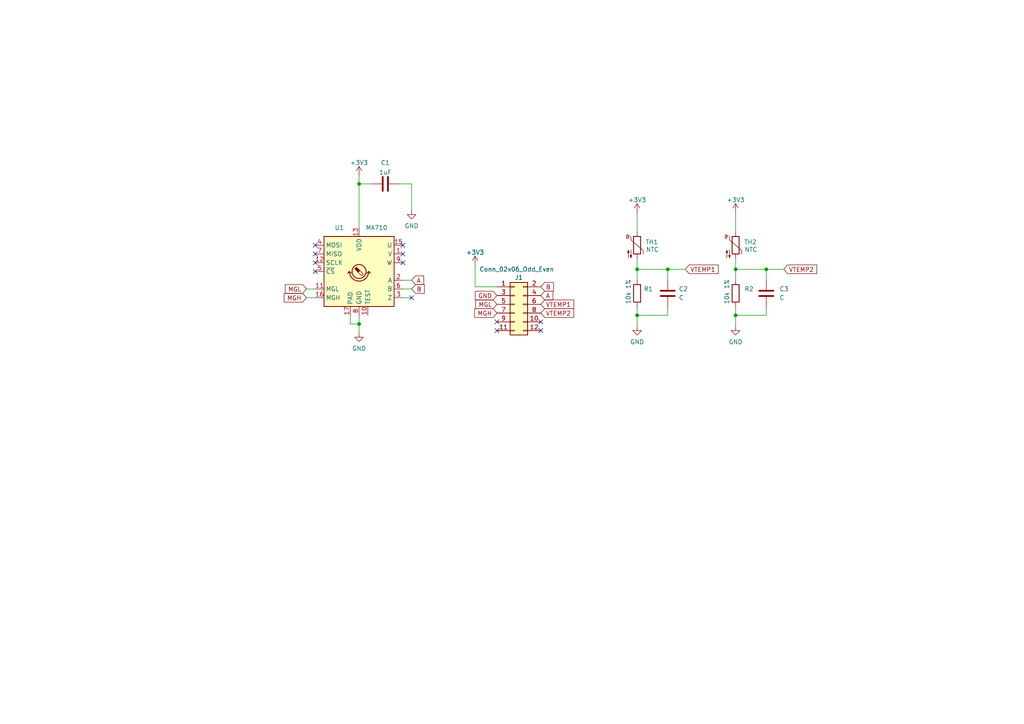
<source format=kicad_sch>
(kicad_sch (version 20211123) (generator eeschema)
  (paper "A4")
  (lib_symbols
    (symbol "Connector_Generic:Conn_02x06_Odd_Even" (pin_names (offset 1.016) hide)
      (property "Reference" "J" (at 1.27 7.62 0))
      (property "Value" "Conn_02x06_Odd_Even" (at 1.27 -10.16 0))
      (symbol "Conn_02x06_Odd_Even_1_1"
        (rectangle (start -1.27 -7.493) (end 0 -7.747) (stroke (width 0.1524)))
        (rectangle (start -1.27 -4.953) (end 0 -5.207) (stroke (width 0.1524)))
        (rectangle (start -1.27 -2.413) (end 0 -2.667) (stroke (width 0.1524)))
        (rectangle (start -1.27 0.127) (end 0 -0.127) (stroke (width 0.1524)))
        (rectangle (start -1.27 2.667) (end 0 2.413) (stroke (width 0.1524)))
        (rectangle (start -1.27 5.207) (end 0 4.953) (stroke (width 0.1524)))
        (rectangle (start -1.27 6.35) (end 3.81 -8.89) (stroke (width 0.254)) (fill (type background)))
        (rectangle (start 3.81 -7.493) (end 2.54 -7.747) (stroke (width 0.1524)))
        (rectangle (start 3.81 -4.953) (end 2.54 -5.207) (stroke (width 0.1524)))
        (rectangle (start 3.81 -2.413) (end 2.54 -2.667) (stroke (width 0.1524)))
        (rectangle (start 3.81 0.127) (end 2.54 -0.127) (stroke (width 0.1524)))
        (rectangle (start 3.81 2.667) (end 2.54 2.413) (stroke (width 0.1524)))
        (rectangle (start 3.81 5.207) (end 2.54 4.953) (stroke (width 0.1524)))
        (pin passive line (at -5.08 5.08 0) (length 3.81) (name "Pin_1") (number "1"))
        (pin passive line (at 7.62 -5.08 180) (length 3.81) (name "Pin_10") (number "10"))
        (pin passive line (at -5.08 -7.62 0) (length 3.81) (name "Pin_11") (number "11"))
        (pin passive line (at 7.62 -7.62 180) (length 3.81) (name "Pin_12") (number "12"))
        (pin passive line (at 7.62 5.08 180) (length 3.81) (name "Pin_2") (number "2"))
        (pin passive line (at -5.08 2.54 0) (length 3.81) (name "Pin_3") (number "3"))
        (pin passive line (at 7.62 2.54 180) (length 3.81) (name "Pin_4") (number "4"))
        (pin passive line (at -5.08 0 0) (length 3.81) (name "Pin_5") (number "5"))
        (pin passive line (at 7.62 0 180) (length 3.81) (name "Pin_6") (number "6"))
        (pin passive line (at -5.08 -2.54 0) (length 3.81) (name "Pin_7") (number "7"))
        (pin passive line (at 7.62 -2.54 180) (length 3.81) (name "Pin_8") (number "8"))
        (pin passive line (at -5.08 -5.08 0) (length 3.81) (name "Pin_9") (number "9"))
      )
    )
    (symbol "Device:C" (pin_numbers hide) (pin_names (offset 0.254))
      (property "Reference" "C" (at 0.635 2.54 0))
      (property "Value" "C" (at 0.635 -2.54 0))
      (symbol "C_0_1"
        (polyline (pts (xy -2.032 -0.762) (xy 2.032 -0.762)) (stroke (width 0.508)))
        (polyline (pts (xy -2.032 0.762) (xy 2.032 0.762)) (stroke (width 0.508)))
      )
      (symbol "C_1_1"
        (pin passive line (at 0 3.81 270) (length 2.794) (name "~") (number "1"))
        (pin passive line (at 0 -3.81 90) (length 2.794) (name "~") (number "2"))
      )
    )
    (symbol "Device:R" (pin_numbers hide) (pin_names (offset 0))
      (property "Reference" "R" (at 2.032 0 90))
      (property "Value" "R" (at 0 0 90))
      (symbol "R_0_1"
        (rectangle (start -1.016 -2.54) (end 1.016 2.54) (stroke (width 0.254)))
      )
      (symbol "R_1_1"
        (pin passive line (at 0 3.81 270) (length 1.27) (name "~") (number "1"))
        (pin passive line (at 0 -3.81 90) (length 1.27) (name "~") (number "2"))
      )
    )
    (symbol "Device:Thermistor_NTC" (pin_numbers hide) (pin_names (offset 0))
      (property "Reference" "TH" (at -4.445 0 90))
      (property "Value" "Thermistor_NTC" (at 3.175 0 90))
      (symbol "Thermistor_NTC_0_1"
        (arc (start -3.048 2.159) (mid -3.0505 2.3165) (end -3.175 2.413))
        (arc (start -3.048 2.159) (mid -2.9736 1.9794) (end -2.794 1.905))
        (arc (start -3.048 2.794) (mid -2.9736 2.6144) (end -2.794 2.54))
        (arc (start -2.794 1.905) (mid -2.6144 1.9794) (end -2.54 2.159))
        (arc (start -2.794 2.54) (mid -2.434 2.5608) (end -2.159 2.794))
        (arc (start -2.794 3.048) (mid -2.9736 2.9736) (end -3.048 2.794))
        (arc (start -2.54 2.794) (mid -2.6144 2.9736) (end -2.794 3.048))
        (rectangle (start -1.016 2.54) (end 1.016 -2.54) (stroke (width 0.254)))
        (polyline (pts (xy -2.54 2.159) (xy -2.54 2.794)))
        (polyline (pts (xy -1.778 2.54) (xy -1.778 1.524) (xy 1.778 -1.524) (xy 1.778 -2.54)))
        (polyline (pts (xy -2.54 -3.683) (xy -2.54 -1.397) (xy -2.794 -2.159) (xy -2.286 -2.159) (xy -2.54 -1.397) (xy -2.54 -1.651)) (fill (type outline)))
        (polyline (pts (xy -1.778 -1.397) (xy -1.778 -3.683) (xy -2.032 -2.921) (xy -1.524 -2.921) (xy -1.778 -3.683) (xy -1.778 -3.429)) (fill (type outline)))
      )
      (symbol "Thermistor_NTC_1_1"
        (pin passive line (at 0 3.81 270) (length 1.27) (name "~") (number "1"))
        (pin passive line (at 0 -3.81 90) (length 1.27) (name "~") (number "2"))
      )
    )
    (symbol "MA310:MA310"
      (property "Reference" "U" (at -10.16 11.43 0))
      (property "Value" "MA310" (at 10.16 11.43 0))
      (symbol "MA310_0_1"
        (rectangle (start -10.16 10.16) (end 10.16 -10.16) (stroke (width 0.254)) (fill (type background)))
        (arc (start -2.794 0) (mid 0 -2.794) (end 2.794 0) (stroke (width 0.254)))
        (polyline (pts (xy -2.794 0) (xy -3.302 -0.508)) (stroke (width 0.254)))
        (polyline (pts (xy -2.794 0) (xy -2.286 -0.508)) (stroke (width 0.254)))
        (polyline (pts (xy 2.794 0) (xy 2.286 -0.508)) (stroke (width 0.254)))
        (polyline (pts (xy 2.794 0) (xy 3.302 -0.508)) (stroke (width 0.254)))
      )
      (symbol "MA310_1_1"
        (polyline (pts (xy 0.254 0.254) (xy 1.27 -0.762) (xy 0.762 -1.27) (xy -0.254 -0.254)))
        (polyline (pts (xy -0.762 1.27) (xy 0.254 0.254) (xy -0.254 -0.254) (xy -1.27 0.762) (xy -1.016 1.016) (xy -0.762 1.27) (xy -0.635 1.143)) (fill (type outline)))
        (circle (center 0 0) (radius 2.032) (stroke (width 0.254)))
        (pin output line (at 12.7 5.08 180) (length 2.54) (name "V") (number "1"))
        (pin passive line (at 2.54 -12.7 90) (length 2.54) (name "TEST") (number "10"))
        (pin output line (at -12.7 -5.08 0) (length 2.54) (name "MGL") (number "11"))
        (pin input line (at -12.7 2.54 0) (length 2.54) (name "SCLK") (number "12"))
        (pin power_in line (at 0 12.7 270) (length 2.54) (name "VDD") (number "13"))
        (pin no_connect line (at 5.08 -10.16 90) (length 2.54) hide (name "NC") (number "14"))
        (pin input line (at 12.7 7.62 180) (length 2.54) (name "U") (number "15"))
        (pin output line (at -12.7 -7.62 0) (length 2.54) (name "MGH") (number "16"))
        (pin input line (at -2.54 -12.7 90) (length 2.54) (name "PAD") (number "17"))
        (pin output line (at 12.7 -2.54 180) (length 2.54) (name "A") (number "2"))
        (pin output line (at 12.7 -7.62 180) (length 2.54) (name "Z") (number "3"))
        (pin input line (at -12.7 7.62 0) (length 2.54) (name "MOSI") (number "4"))
        (pin input line (at -12.7 0 0) (length 2.54) (name "~{CS}") (number "5"))
        (pin output line (at 12.7 -5.08 180) (length 2.54) (name "B") (number "6"))
        (pin output line (at -12.7 5.08 0) (length 2.54) (name "MISO") (number "7"))
        (pin power_in line (at 0 -12.7 90) (length 2.54) (name "GND") (number "8"))
        (pin output line (at 12.7 2.54 180) (length 2.54) (name "W") (number "9"))
      )
    )
    (symbol "power:+3.3V" (power) (pin_names (offset 0))
      (property "Value" "+3.3V" (at 0 3.556 0))
      (symbol "+3.3V_0_1"
        (polyline (pts (xy -0.762 1.27) (xy 0 2.54)))
        (polyline (pts (xy 0 0) (xy 0 2.54)))
        (polyline (pts (xy 0 2.54) (xy 0.762 1.27)))
      )
      (symbol "+3.3V_1_1"
        (pin power_in line (at 0 0 90) (length 0) hide (name "+3V3") (number "1"))
      )
    )
    (symbol "power:GND" (power) (pin_names (offset 0))
      (property "Value" "GND" (at 0 -3.81 0))
      (symbol "GND_0_1"
        (polyline (pts (xy 0 0) (xy 0 -1.27) (xy 1.27 -1.27) (xy 0 -2.54) (xy -1.27 -1.27) (xy 0 -1.27)))
      )
      (symbol "GND_1_1"
        (pin power_in line (at 0 0 270) (length 0) hide (name "GND") (number "1"))
      )
    )
  )
  (junction (at 213.36 78.105))
  (junction (at 184.785 78.105))
  (junction (at 193.675 78.105))
  (junction (at 213.36 91.44))
  (junction (at 184.785 91.44))
  (junction (at 104.14 53.34))
  (junction (at 104.14 93.98))
  (junction (at 222.25 78.105))
  (no_connect (at 156.845 93.345))
  (no_connect (at 156.845 95.885))
  (no_connect (at 144.145 95.885))
  (no_connect (at 144.145 93.345))
  (no_connect (at 91.44 78.74))
  (no_connect (at 91.44 71.12))
  (no_connect (at 91.44 73.66))
  (no_connect (at 91.44 76.2))
  (no_connect (at 116.84 71.12))
  (no_connect (at 116.84 73.66))
  (no_connect (at 119.38 86.36))
  (no_connect (at 116.84 76.2))
  (wire (pts (xy 104.14 50.8) (xy 104.14 53.34)))
  (wire (pts (xy 184.785 91.44) (xy 184.785 94.615)))
  (wire (pts (xy 213.36 91.44) (xy 213.36 94.615)))
  (wire (pts (xy 222.25 78.105) (xy 222.25 81.28)))
  (wire (pts (xy 184.785 78.105) (xy 193.675 78.105)))
  (wire (pts (xy 213.36 78.105) (xy 222.25 78.105)))
  (wire (pts (xy 116.84 83.82) (xy 119.38 83.82)))
  (wire (pts (xy 184.785 74.93) (xy 184.785 78.105)))
  (wire (pts (xy 104.14 53.34) (xy 104.14 66.04)))
  (wire (pts (xy 137.795 76.835) (xy 137.795 83.185)))
  (wire (pts (xy 184.785 88.9) (xy 184.785 91.44)))
  (wire (pts (xy 116.84 86.36) (xy 119.38 86.36)))
  (wire (pts (xy 101.6 91.44) (xy 101.6 93.98)))
  (wire (pts (xy 101.6 93.98) (xy 104.14 93.98)))
  (wire (pts (xy 222.25 88.9) (xy 222.25 91.44)))
  (wire (pts (xy 137.795 83.185) (xy 144.145 83.185)))
  (wire (pts (xy 213.36 88.9) (xy 213.36 91.44)))
  (wire (pts (xy 104.14 53.34) (xy 107.95 53.34)))
  (wire (pts (xy 116.84 81.28) (xy 119.38 81.28)))
  (wire (pts (xy 184.785 61.595) (xy 184.785 67.31)))
  (wire (pts (xy 213.36 78.105) (xy 213.36 81.28)))
  (wire (pts (xy 222.25 91.44) (xy 213.36 91.44)))
  (wire (pts (xy 222.25 78.105) (xy 227.33 78.105)))
  (wire (pts (xy 213.36 74.93) (xy 213.36 78.105)))
  (wire (pts (xy 115.57 53.34) (xy 119.38 53.34)))
  (wire (pts (xy 119.38 53.34) (xy 119.38 60.96)))
  (wire (pts (xy 184.785 78.105) (xy 184.785 81.28)))
  (wire (pts (xy 193.675 78.105) (xy 193.675 81.28)))
  (wire (pts (xy 193.675 78.105) (xy 198.755 78.105)))
  (wire (pts (xy 88.9 86.36) (xy 91.44 86.36)))
  (wire (pts (xy 104.14 91.44) (xy 104.14 93.98)))
  (wire (pts (xy 104.14 93.98) (xy 104.14 96.52)))
  (wire (pts (xy 213.36 61.595) (xy 213.36 67.31)))
  (wire (pts (xy 193.675 91.44) (xy 184.785 91.44)))
  (wire (pts (xy 193.675 88.9) (xy 193.675 91.44)))
  (wire (pts (xy 88.9 83.82) (xy 91.44 83.82)))
  (global_label "VTEMP2" (shape input) (at 156.845 90.805 0) (property "Intersheet References" "${INTERSHEET_REFS}" (effects hide)))
  (global_label "GND" (shape input) (at 144.145 85.725 180) (property "Intersheet References" "${INTERSHEET_REFS}" (effects hide)))
  (global_label "VTEMP2" (shape input) (at 227.33 78.105 0) (property "Intersheet References" "${INTERSHEET_REFS}" (effects hide)))
  (global_label "A" (shape input) (at 156.845 85.725 0) (property "Intersheet References" "${INTERSHEET_REFS}" (effects hide)))
  (global_label "VTEMP1" (shape input) (at 198.755 78.105 0) (property "Intersheet References" "${INTERSHEET_REFS}" (effects hide)))
  (global_label "MGH" (shape input) (at 88.9 86.36 180) (property "Intersheet References" "${INTERSHEET_REFS}" (effects hide)))
  (global_label "B" (shape input) (at 119.38 83.82 0) (property "Intersheet References" "${INTERSHEET_REFS}" (effects hide)))
  (global_label "MGL" (shape input) (at 144.145 88.265 180) (property "Intersheet References" "${INTERSHEET_REFS}" (effects hide)))
  (global_label "VTEMP1" (shape input) (at 156.845 88.265 0) (property "Intersheet References" "${INTERSHEET_REFS}" (effects hide)))
  (global_label "MGL" (shape input) (at 88.9 83.82 180) (property "Intersheet References" "${INTERSHEET_REFS}" (effects hide)))
  (global_label "B" (shape input) (at 156.845 83.185 0) (property "Intersheet References" "${INTERSHEET_REFS}" (effects hide)))
  (global_label "A" (shape input) (at 119.38 81.28 0) (property "Intersheet References" "${INTERSHEET_REFS}" (effects hide)))
  (global_label "MGH" (shape input) (at 144.145 90.805 180) (property "Intersheet References" "${INTERSHEET_REFS}" (effects hide)))
  (symbol (lib_id "power:+3.3V") (at 104.14 50.8 0) (unit 1)
    (property "Reference" "#PWR0101" (effects hide))
    (property "Value" "+3.3V" (at 104.14 47.1954 0))
  )
  (symbol (lib_id "Device:Thermistor_NTC") (at 213.36 71.12 0) (unit 1)
    (property "Reference" "TH2" (at 215.7731 70.2115 0) (effects (justify left)))
    (property "Value" "NTC" (at 215.9 72.39 0) (effects (justify left)))
    (property "Footprint" "footprints:PinHeader_1x02_P2.54mm_Vertical" (effects hide))
  )
  (symbol (lib_id "power:GND") (at 213.36 94.615 0) (unit 1)
    (property "Reference" "#PWR0105" (effects hide))
    (property "Value" "GND" (at 213.36 99.1776 0))
  )
  (symbol (lib_id "Device:Thermistor_NTC") (at 184.785 71.12 0) (unit 1)
    (property "Reference" "TH1" (at 187.1981 70.2115 0) (effects (justify left)))
    (property "Value" "NTC" (at 187.325 72.39 0) (effects (justify left)))
    (property "Footprint" "footprints:PinHeader_1x02_P2.54mm_Vertical" (effects hide))
  )
  (symbol (lib_id "power:+3.3V") (at 137.795 76.835 0) (unit 1)
    (property "Reference" "#PWR0103" (effects hide))
    (property "Value" "+3.3V" (at 137.795 73.2304 0))
  )
  (symbol (lib_id "Device:R") (at 213.36 85.09 0) (unit 1)
    (property "Reference" "R2" (at 215.9 83.8199 0) (effects (justify left)))
    (property "Value" "10k 1%" (at 210.82 88.265 90) (effects (justify left)))
    (property "Footprint" "footprints:R_0603_1608Metric_Pad0.98x0.95mm_HandSolder" (effects hide))
  )
  (symbol (lib_id "Device:C") (at 111.76 53.34 90) (unit 1)
    (property "Reference" "C1" (at 111.76 47.2144 90))
    (property "Value" "1uF" (at 111.76 49.9895 90))
    (property "Footprint" "footprints:C_0603_1608Metric_Pad1.08x0.95mm_HandSolder" (effects hide))
  )
  (symbol (lib_id "power:GND") (at 104.14 96.52 0) (unit 1)
    (property "Reference" "#PWR0102" (effects hide))
    (property "Value" "GND" (at 104.14 101.0826 0))
  )
  (symbol (lib_id "MA310:MA310") (at 104.14 78.74 0) (unit 1)
    (property "Reference" "U1" (at 98.425 66.04 0))
    (property "Value" "MA710" (at 109.22 66.04 0))
    (property "Footprint" "Package_DFN_QFN:VQFN-16-1EP_3x3mm_P0.5mm_EP1.8x1.8mm" (effects hide))
    (property "Datasheet" "https://www.monolithicpower.com/en/documentview/productdocument/index/version/2/document_type/Datasheet/lang/en/sku/MA310/document_id/3560/" (effects hide))
  )
  (symbol (lib_id "Connector_Generic:Conn_02x06_Odd_Even") (at 149.225 88.265 0) (unit 1)
    (property "Reference" "J1" (at 150.495 80.4884 0))
    (property "Value" "Conn_02x06_Odd_Even" (at 149.86 78.105 0))
    (property "Footprint" "footprints:PinHeader_2x06_P2.54mm_Vertical" (effects hide))
  )
  (symbol (lib_id "power:+3.3V") (at 184.785 61.595 0) (unit 1)
    (property "Reference" "#PWR0107" (effects hide))
    (property "Value" "+3.3V" (at 184.785 57.9904 0))
  )
  (symbol (lib_id "Device:C") (at 193.675 85.09 0) (unit 1)
    (property "Reference" "C2" (at 196.85 83.8199 0) (effects (justify left)))
    (property "Value" "C" (at 196.85 86.3599 0) (effects (justify left)))
    (property "Footprint" "footprints:C_0603_1608Metric_Pad1.08x0.95mm_HandSolder" (effects hide))
  )
  (symbol (lib_id "power:+3.3V") (at 213.36 61.595 0) (unit 1)
    (property "Reference" "#PWR0104" (effects hide))
    (property "Value" "+3.3V" (at 213.36 57.9904 0))
  )
  (symbol (lib_id "power:GND") (at 119.38 60.96 0) (unit 1)
    (property "Reference" "#PWR01" (effects hide))
    (property "Value" "GND" (at 119.38 65.5226 0))
  )
  (symbol (lib_id "power:GND") (at 184.785 94.615 0) (unit 1)
    (property "Reference" "#PWR0106" (effects hide))
    (property "Value" "GND" (at 184.785 99.1776 0))
  )
  (symbol (lib_id "Device:C") (at 222.25 85.09 0) (unit 1)
    (property "Reference" "C3" (at 226.06 83.8199 0) (effects (justify left)))
    (property "Value" "C" (at 226.06 86.3599 0) (effects (justify left)))
    (property "Footprint" "footprints:C_0603_1608Metric_Pad1.08x0.95mm_HandSolder" (effects hide))
  )
  (symbol (lib_id "Device:R") (at 184.785 85.09 0) (unit 1)
    (property "Reference" "R1" (at 186.69 83.8199 0) (effects (justify left)))
    (property "Value" "10k 1%" (at 182.245 88.265 90) (effects (justify left)))
    (property "Footprint" "footprints:R_0603_1608Metric_Pad0.98x0.95mm_HandSolder" (effects hide))
  )
)
</source>
